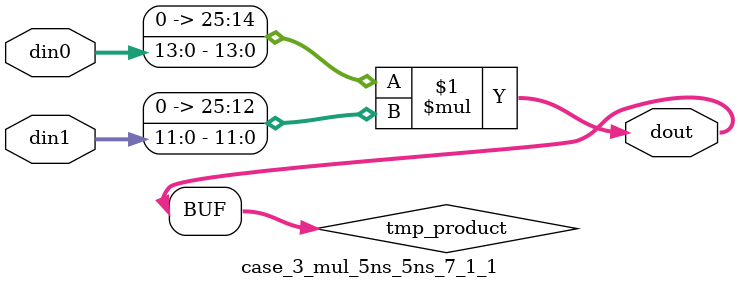
<source format=v>

`timescale 1 ns / 1 ps

 (* use_dsp = "no" *)  module case_3_mul_5ns_5ns_7_1_1(din0, din1, dout);
parameter ID = 1;
parameter NUM_STAGE = 0;
parameter din0_WIDTH = 14;
parameter din1_WIDTH = 12;
parameter dout_WIDTH = 26;

input [din0_WIDTH - 1 : 0] din0; 
input [din1_WIDTH - 1 : 0] din1; 
output [dout_WIDTH - 1 : 0] dout;

wire signed [dout_WIDTH - 1 : 0] tmp_product;
























assign tmp_product = $signed({1'b0, din0}) * $signed({1'b0, din1});











assign dout = tmp_product;





















endmodule

</source>
